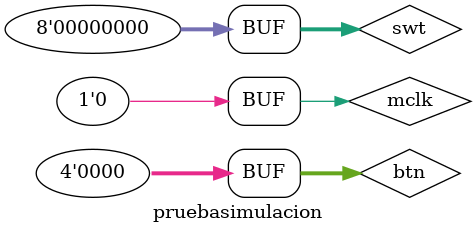
<source format=v>
`timescale 1ns / 1ps


module pruebasimulacion;

	// Inputs
	reg mclk;
	reg [3:0] btn;
	reg [7:0] swt;

	// Outputs
	wire [7:0] led;
	wire [3:0] an;
	wire [7:0] ssg;

	// Instantiate the Unit Under Test (UUT)
	entidad uut (
		.mclk(mclk), 
		.btn(btn), 
		.swt(swt), 
		.led(led), 
		.an(an), 
		.ssg(ssg)
	);

	initial begin
		// Initialize Inputs
		mclk = 0;
		btn = 0;
		swt = 0;

		// Wait 100 ns for global reset to finish
		#100;
        
		// Add stimulus here
		

	end
      
endmodule


</source>
